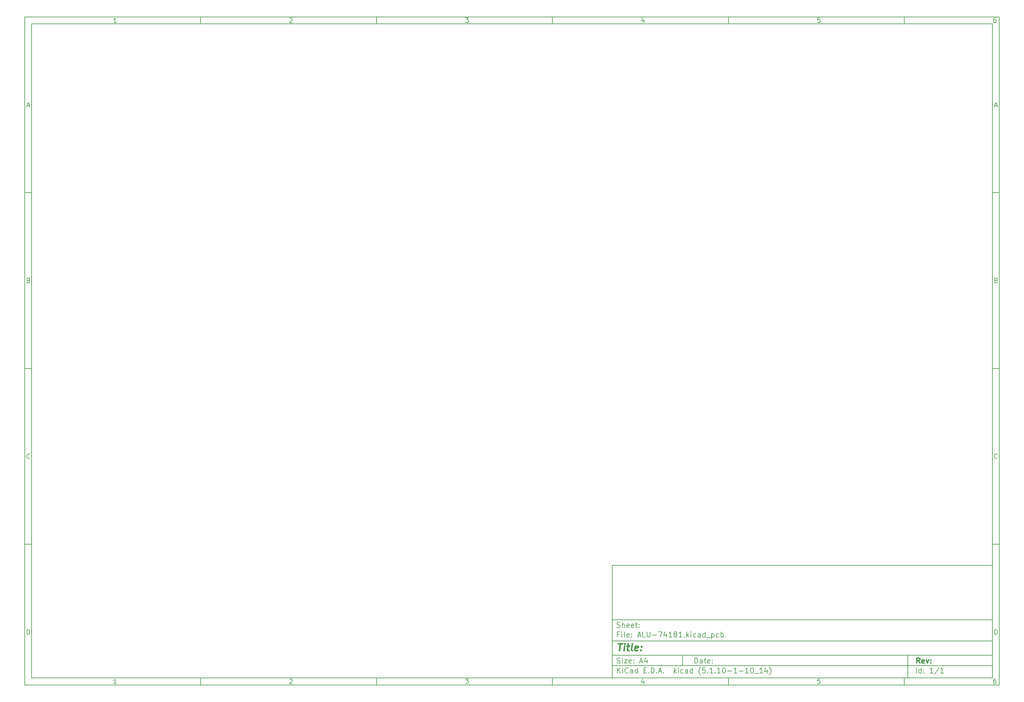
<source format=gbr>
%TF.GenerationSoftware,KiCad,Pcbnew,(5.1.10-1-10_14)*%
%TF.CreationDate,2021-11-14T11:47:48-05:00*%
%TF.ProjectId,ALU-74181,414c552d-3734-4313-9831-2e6b69636164,rev?*%
%TF.SameCoordinates,Original*%
%TF.FileFunction,Paste,Bot*%
%TF.FilePolarity,Positive*%
%FSLAX46Y46*%
G04 Gerber Fmt 4.6, Leading zero omitted, Abs format (unit mm)*
G04 Created by KiCad (PCBNEW (5.1.10-1-10_14)) date 2021-11-14 11:47:48*
%MOMM*%
%LPD*%
G01*
G04 APERTURE LIST*
%ADD10C,0.100000*%
%ADD11C,0.150000*%
%ADD12C,0.300000*%
%ADD13C,0.400000*%
G04 APERTURE END LIST*
D10*
D11*
X177002200Y-166007200D02*
X177002200Y-198007200D01*
X285002200Y-198007200D01*
X285002200Y-166007200D01*
X177002200Y-166007200D01*
D10*
D11*
X10000000Y-10000000D02*
X10000000Y-200007200D01*
X287002200Y-200007200D01*
X287002200Y-10000000D01*
X10000000Y-10000000D01*
D10*
D11*
X12000000Y-12000000D02*
X12000000Y-198007200D01*
X285002200Y-198007200D01*
X285002200Y-12000000D01*
X12000000Y-12000000D01*
D10*
D11*
X60000000Y-12000000D02*
X60000000Y-10000000D01*
D10*
D11*
X110000000Y-12000000D02*
X110000000Y-10000000D01*
D10*
D11*
X160000000Y-12000000D02*
X160000000Y-10000000D01*
D10*
D11*
X210000000Y-12000000D02*
X210000000Y-10000000D01*
D10*
D11*
X260000000Y-12000000D02*
X260000000Y-10000000D01*
D10*
D11*
X36065476Y-11588095D02*
X35322619Y-11588095D01*
X35694047Y-11588095D02*
X35694047Y-10288095D01*
X35570238Y-10473809D01*
X35446428Y-10597619D01*
X35322619Y-10659523D01*
D10*
D11*
X85322619Y-10411904D02*
X85384523Y-10350000D01*
X85508333Y-10288095D01*
X85817857Y-10288095D01*
X85941666Y-10350000D01*
X86003571Y-10411904D01*
X86065476Y-10535714D01*
X86065476Y-10659523D01*
X86003571Y-10845238D01*
X85260714Y-11588095D01*
X86065476Y-11588095D01*
D10*
D11*
X135260714Y-10288095D02*
X136065476Y-10288095D01*
X135632142Y-10783333D01*
X135817857Y-10783333D01*
X135941666Y-10845238D01*
X136003571Y-10907142D01*
X136065476Y-11030952D01*
X136065476Y-11340476D01*
X136003571Y-11464285D01*
X135941666Y-11526190D01*
X135817857Y-11588095D01*
X135446428Y-11588095D01*
X135322619Y-11526190D01*
X135260714Y-11464285D01*
D10*
D11*
X185941666Y-10721428D02*
X185941666Y-11588095D01*
X185632142Y-10226190D02*
X185322619Y-11154761D01*
X186127380Y-11154761D01*
D10*
D11*
X236003571Y-10288095D02*
X235384523Y-10288095D01*
X235322619Y-10907142D01*
X235384523Y-10845238D01*
X235508333Y-10783333D01*
X235817857Y-10783333D01*
X235941666Y-10845238D01*
X236003571Y-10907142D01*
X236065476Y-11030952D01*
X236065476Y-11340476D01*
X236003571Y-11464285D01*
X235941666Y-11526190D01*
X235817857Y-11588095D01*
X235508333Y-11588095D01*
X235384523Y-11526190D01*
X235322619Y-11464285D01*
D10*
D11*
X285941666Y-10288095D02*
X285694047Y-10288095D01*
X285570238Y-10350000D01*
X285508333Y-10411904D01*
X285384523Y-10597619D01*
X285322619Y-10845238D01*
X285322619Y-11340476D01*
X285384523Y-11464285D01*
X285446428Y-11526190D01*
X285570238Y-11588095D01*
X285817857Y-11588095D01*
X285941666Y-11526190D01*
X286003571Y-11464285D01*
X286065476Y-11340476D01*
X286065476Y-11030952D01*
X286003571Y-10907142D01*
X285941666Y-10845238D01*
X285817857Y-10783333D01*
X285570238Y-10783333D01*
X285446428Y-10845238D01*
X285384523Y-10907142D01*
X285322619Y-11030952D01*
D10*
D11*
X60000000Y-198007200D02*
X60000000Y-200007200D01*
D10*
D11*
X110000000Y-198007200D02*
X110000000Y-200007200D01*
D10*
D11*
X160000000Y-198007200D02*
X160000000Y-200007200D01*
D10*
D11*
X210000000Y-198007200D02*
X210000000Y-200007200D01*
D10*
D11*
X260000000Y-198007200D02*
X260000000Y-200007200D01*
D10*
D11*
X36065476Y-199595295D02*
X35322619Y-199595295D01*
X35694047Y-199595295D02*
X35694047Y-198295295D01*
X35570238Y-198481009D01*
X35446428Y-198604819D01*
X35322619Y-198666723D01*
D10*
D11*
X85322619Y-198419104D02*
X85384523Y-198357200D01*
X85508333Y-198295295D01*
X85817857Y-198295295D01*
X85941666Y-198357200D01*
X86003571Y-198419104D01*
X86065476Y-198542914D01*
X86065476Y-198666723D01*
X86003571Y-198852438D01*
X85260714Y-199595295D01*
X86065476Y-199595295D01*
D10*
D11*
X135260714Y-198295295D02*
X136065476Y-198295295D01*
X135632142Y-198790533D01*
X135817857Y-198790533D01*
X135941666Y-198852438D01*
X136003571Y-198914342D01*
X136065476Y-199038152D01*
X136065476Y-199347676D01*
X136003571Y-199471485D01*
X135941666Y-199533390D01*
X135817857Y-199595295D01*
X135446428Y-199595295D01*
X135322619Y-199533390D01*
X135260714Y-199471485D01*
D10*
D11*
X185941666Y-198728628D02*
X185941666Y-199595295D01*
X185632142Y-198233390D02*
X185322619Y-199161961D01*
X186127380Y-199161961D01*
D10*
D11*
X236003571Y-198295295D02*
X235384523Y-198295295D01*
X235322619Y-198914342D01*
X235384523Y-198852438D01*
X235508333Y-198790533D01*
X235817857Y-198790533D01*
X235941666Y-198852438D01*
X236003571Y-198914342D01*
X236065476Y-199038152D01*
X236065476Y-199347676D01*
X236003571Y-199471485D01*
X235941666Y-199533390D01*
X235817857Y-199595295D01*
X235508333Y-199595295D01*
X235384523Y-199533390D01*
X235322619Y-199471485D01*
D10*
D11*
X285941666Y-198295295D02*
X285694047Y-198295295D01*
X285570238Y-198357200D01*
X285508333Y-198419104D01*
X285384523Y-198604819D01*
X285322619Y-198852438D01*
X285322619Y-199347676D01*
X285384523Y-199471485D01*
X285446428Y-199533390D01*
X285570238Y-199595295D01*
X285817857Y-199595295D01*
X285941666Y-199533390D01*
X286003571Y-199471485D01*
X286065476Y-199347676D01*
X286065476Y-199038152D01*
X286003571Y-198914342D01*
X285941666Y-198852438D01*
X285817857Y-198790533D01*
X285570238Y-198790533D01*
X285446428Y-198852438D01*
X285384523Y-198914342D01*
X285322619Y-199038152D01*
D10*
D11*
X10000000Y-60000000D02*
X12000000Y-60000000D01*
D10*
D11*
X10000000Y-110000000D02*
X12000000Y-110000000D01*
D10*
D11*
X10000000Y-160000000D02*
X12000000Y-160000000D01*
D10*
D11*
X10690476Y-35216666D02*
X11309523Y-35216666D01*
X10566666Y-35588095D02*
X11000000Y-34288095D01*
X11433333Y-35588095D01*
D10*
D11*
X11092857Y-84907142D02*
X11278571Y-84969047D01*
X11340476Y-85030952D01*
X11402380Y-85154761D01*
X11402380Y-85340476D01*
X11340476Y-85464285D01*
X11278571Y-85526190D01*
X11154761Y-85588095D01*
X10659523Y-85588095D01*
X10659523Y-84288095D01*
X11092857Y-84288095D01*
X11216666Y-84350000D01*
X11278571Y-84411904D01*
X11340476Y-84535714D01*
X11340476Y-84659523D01*
X11278571Y-84783333D01*
X11216666Y-84845238D01*
X11092857Y-84907142D01*
X10659523Y-84907142D01*
D10*
D11*
X11402380Y-135464285D02*
X11340476Y-135526190D01*
X11154761Y-135588095D01*
X11030952Y-135588095D01*
X10845238Y-135526190D01*
X10721428Y-135402380D01*
X10659523Y-135278571D01*
X10597619Y-135030952D01*
X10597619Y-134845238D01*
X10659523Y-134597619D01*
X10721428Y-134473809D01*
X10845238Y-134350000D01*
X11030952Y-134288095D01*
X11154761Y-134288095D01*
X11340476Y-134350000D01*
X11402380Y-134411904D01*
D10*
D11*
X10659523Y-185588095D02*
X10659523Y-184288095D01*
X10969047Y-184288095D01*
X11154761Y-184350000D01*
X11278571Y-184473809D01*
X11340476Y-184597619D01*
X11402380Y-184845238D01*
X11402380Y-185030952D01*
X11340476Y-185278571D01*
X11278571Y-185402380D01*
X11154761Y-185526190D01*
X10969047Y-185588095D01*
X10659523Y-185588095D01*
D10*
D11*
X287002200Y-60000000D02*
X285002200Y-60000000D01*
D10*
D11*
X287002200Y-110000000D02*
X285002200Y-110000000D01*
D10*
D11*
X287002200Y-160000000D02*
X285002200Y-160000000D01*
D10*
D11*
X285692676Y-35216666D02*
X286311723Y-35216666D01*
X285568866Y-35588095D02*
X286002200Y-34288095D01*
X286435533Y-35588095D01*
D10*
D11*
X286095057Y-84907142D02*
X286280771Y-84969047D01*
X286342676Y-85030952D01*
X286404580Y-85154761D01*
X286404580Y-85340476D01*
X286342676Y-85464285D01*
X286280771Y-85526190D01*
X286156961Y-85588095D01*
X285661723Y-85588095D01*
X285661723Y-84288095D01*
X286095057Y-84288095D01*
X286218866Y-84350000D01*
X286280771Y-84411904D01*
X286342676Y-84535714D01*
X286342676Y-84659523D01*
X286280771Y-84783333D01*
X286218866Y-84845238D01*
X286095057Y-84907142D01*
X285661723Y-84907142D01*
D10*
D11*
X286404580Y-135464285D02*
X286342676Y-135526190D01*
X286156961Y-135588095D01*
X286033152Y-135588095D01*
X285847438Y-135526190D01*
X285723628Y-135402380D01*
X285661723Y-135278571D01*
X285599819Y-135030952D01*
X285599819Y-134845238D01*
X285661723Y-134597619D01*
X285723628Y-134473809D01*
X285847438Y-134350000D01*
X286033152Y-134288095D01*
X286156961Y-134288095D01*
X286342676Y-134350000D01*
X286404580Y-134411904D01*
D10*
D11*
X285661723Y-185588095D02*
X285661723Y-184288095D01*
X285971247Y-184288095D01*
X286156961Y-184350000D01*
X286280771Y-184473809D01*
X286342676Y-184597619D01*
X286404580Y-184845238D01*
X286404580Y-185030952D01*
X286342676Y-185278571D01*
X286280771Y-185402380D01*
X286156961Y-185526190D01*
X285971247Y-185588095D01*
X285661723Y-185588095D01*
D10*
D11*
X200434342Y-193785771D02*
X200434342Y-192285771D01*
X200791485Y-192285771D01*
X201005771Y-192357200D01*
X201148628Y-192500057D01*
X201220057Y-192642914D01*
X201291485Y-192928628D01*
X201291485Y-193142914D01*
X201220057Y-193428628D01*
X201148628Y-193571485D01*
X201005771Y-193714342D01*
X200791485Y-193785771D01*
X200434342Y-193785771D01*
X202577200Y-193785771D02*
X202577200Y-193000057D01*
X202505771Y-192857200D01*
X202362914Y-192785771D01*
X202077200Y-192785771D01*
X201934342Y-192857200D01*
X202577200Y-193714342D02*
X202434342Y-193785771D01*
X202077200Y-193785771D01*
X201934342Y-193714342D01*
X201862914Y-193571485D01*
X201862914Y-193428628D01*
X201934342Y-193285771D01*
X202077200Y-193214342D01*
X202434342Y-193214342D01*
X202577200Y-193142914D01*
X203077200Y-192785771D02*
X203648628Y-192785771D01*
X203291485Y-192285771D02*
X203291485Y-193571485D01*
X203362914Y-193714342D01*
X203505771Y-193785771D01*
X203648628Y-193785771D01*
X204720057Y-193714342D02*
X204577200Y-193785771D01*
X204291485Y-193785771D01*
X204148628Y-193714342D01*
X204077200Y-193571485D01*
X204077200Y-193000057D01*
X204148628Y-192857200D01*
X204291485Y-192785771D01*
X204577200Y-192785771D01*
X204720057Y-192857200D01*
X204791485Y-193000057D01*
X204791485Y-193142914D01*
X204077200Y-193285771D01*
X205434342Y-193642914D02*
X205505771Y-193714342D01*
X205434342Y-193785771D01*
X205362914Y-193714342D01*
X205434342Y-193642914D01*
X205434342Y-193785771D01*
X205434342Y-192857200D02*
X205505771Y-192928628D01*
X205434342Y-193000057D01*
X205362914Y-192928628D01*
X205434342Y-192857200D01*
X205434342Y-193000057D01*
D10*
D11*
X177002200Y-194507200D02*
X285002200Y-194507200D01*
D10*
D11*
X178434342Y-196585771D02*
X178434342Y-195085771D01*
X179291485Y-196585771D02*
X178648628Y-195728628D01*
X179291485Y-195085771D02*
X178434342Y-195942914D01*
X179934342Y-196585771D02*
X179934342Y-195585771D01*
X179934342Y-195085771D02*
X179862914Y-195157200D01*
X179934342Y-195228628D01*
X180005771Y-195157200D01*
X179934342Y-195085771D01*
X179934342Y-195228628D01*
X181505771Y-196442914D02*
X181434342Y-196514342D01*
X181220057Y-196585771D01*
X181077200Y-196585771D01*
X180862914Y-196514342D01*
X180720057Y-196371485D01*
X180648628Y-196228628D01*
X180577200Y-195942914D01*
X180577200Y-195728628D01*
X180648628Y-195442914D01*
X180720057Y-195300057D01*
X180862914Y-195157200D01*
X181077200Y-195085771D01*
X181220057Y-195085771D01*
X181434342Y-195157200D01*
X181505771Y-195228628D01*
X182791485Y-196585771D02*
X182791485Y-195800057D01*
X182720057Y-195657200D01*
X182577200Y-195585771D01*
X182291485Y-195585771D01*
X182148628Y-195657200D01*
X182791485Y-196514342D02*
X182648628Y-196585771D01*
X182291485Y-196585771D01*
X182148628Y-196514342D01*
X182077200Y-196371485D01*
X182077200Y-196228628D01*
X182148628Y-196085771D01*
X182291485Y-196014342D01*
X182648628Y-196014342D01*
X182791485Y-195942914D01*
X184148628Y-196585771D02*
X184148628Y-195085771D01*
X184148628Y-196514342D02*
X184005771Y-196585771D01*
X183720057Y-196585771D01*
X183577200Y-196514342D01*
X183505771Y-196442914D01*
X183434342Y-196300057D01*
X183434342Y-195871485D01*
X183505771Y-195728628D01*
X183577200Y-195657200D01*
X183720057Y-195585771D01*
X184005771Y-195585771D01*
X184148628Y-195657200D01*
X186005771Y-195800057D02*
X186505771Y-195800057D01*
X186720057Y-196585771D02*
X186005771Y-196585771D01*
X186005771Y-195085771D01*
X186720057Y-195085771D01*
X187362914Y-196442914D02*
X187434342Y-196514342D01*
X187362914Y-196585771D01*
X187291485Y-196514342D01*
X187362914Y-196442914D01*
X187362914Y-196585771D01*
X188077200Y-196585771D02*
X188077200Y-195085771D01*
X188434342Y-195085771D01*
X188648628Y-195157200D01*
X188791485Y-195300057D01*
X188862914Y-195442914D01*
X188934342Y-195728628D01*
X188934342Y-195942914D01*
X188862914Y-196228628D01*
X188791485Y-196371485D01*
X188648628Y-196514342D01*
X188434342Y-196585771D01*
X188077200Y-196585771D01*
X189577200Y-196442914D02*
X189648628Y-196514342D01*
X189577200Y-196585771D01*
X189505771Y-196514342D01*
X189577200Y-196442914D01*
X189577200Y-196585771D01*
X190220057Y-196157200D02*
X190934342Y-196157200D01*
X190077200Y-196585771D02*
X190577200Y-195085771D01*
X191077200Y-196585771D01*
X191577200Y-196442914D02*
X191648628Y-196514342D01*
X191577200Y-196585771D01*
X191505771Y-196514342D01*
X191577200Y-196442914D01*
X191577200Y-196585771D01*
X194577200Y-196585771D02*
X194577200Y-195085771D01*
X194720057Y-196014342D02*
X195148628Y-196585771D01*
X195148628Y-195585771D02*
X194577200Y-196157200D01*
X195791485Y-196585771D02*
X195791485Y-195585771D01*
X195791485Y-195085771D02*
X195720057Y-195157200D01*
X195791485Y-195228628D01*
X195862914Y-195157200D01*
X195791485Y-195085771D01*
X195791485Y-195228628D01*
X197148628Y-196514342D02*
X197005771Y-196585771D01*
X196720057Y-196585771D01*
X196577200Y-196514342D01*
X196505771Y-196442914D01*
X196434342Y-196300057D01*
X196434342Y-195871485D01*
X196505771Y-195728628D01*
X196577200Y-195657200D01*
X196720057Y-195585771D01*
X197005771Y-195585771D01*
X197148628Y-195657200D01*
X198434342Y-196585771D02*
X198434342Y-195800057D01*
X198362914Y-195657200D01*
X198220057Y-195585771D01*
X197934342Y-195585771D01*
X197791485Y-195657200D01*
X198434342Y-196514342D02*
X198291485Y-196585771D01*
X197934342Y-196585771D01*
X197791485Y-196514342D01*
X197720057Y-196371485D01*
X197720057Y-196228628D01*
X197791485Y-196085771D01*
X197934342Y-196014342D01*
X198291485Y-196014342D01*
X198434342Y-195942914D01*
X199791485Y-196585771D02*
X199791485Y-195085771D01*
X199791485Y-196514342D02*
X199648628Y-196585771D01*
X199362914Y-196585771D01*
X199220057Y-196514342D01*
X199148628Y-196442914D01*
X199077200Y-196300057D01*
X199077200Y-195871485D01*
X199148628Y-195728628D01*
X199220057Y-195657200D01*
X199362914Y-195585771D01*
X199648628Y-195585771D01*
X199791485Y-195657200D01*
X202077200Y-197157200D02*
X202005771Y-197085771D01*
X201862914Y-196871485D01*
X201791485Y-196728628D01*
X201720057Y-196514342D01*
X201648628Y-196157200D01*
X201648628Y-195871485D01*
X201720057Y-195514342D01*
X201791485Y-195300057D01*
X201862914Y-195157200D01*
X202005771Y-194942914D01*
X202077200Y-194871485D01*
X203362914Y-195085771D02*
X202648628Y-195085771D01*
X202577200Y-195800057D01*
X202648628Y-195728628D01*
X202791485Y-195657200D01*
X203148628Y-195657200D01*
X203291485Y-195728628D01*
X203362914Y-195800057D01*
X203434342Y-195942914D01*
X203434342Y-196300057D01*
X203362914Y-196442914D01*
X203291485Y-196514342D01*
X203148628Y-196585771D01*
X202791485Y-196585771D01*
X202648628Y-196514342D01*
X202577200Y-196442914D01*
X204077200Y-196442914D02*
X204148628Y-196514342D01*
X204077200Y-196585771D01*
X204005771Y-196514342D01*
X204077200Y-196442914D01*
X204077200Y-196585771D01*
X205577200Y-196585771D02*
X204720057Y-196585771D01*
X205148628Y-196585771D02*
X205148628Y-195085771D01*
X205005771Y-195300057D01*
X204862914Y-195442914D01*
X204720057Y-195514342D01*
X206220057Y-196442914D02*
X206291485Y-196514342D01*
X206220057Y-196585771D01*
X206148628Y-196514342D01*
X206220057Y-196442914D01*
X206220057Y-196585771D01*
X207720057Y-196585771D02*
X206862914Y-196585771D01*
X207291485Y-196585771D02*
X207291485Y-195085771D01*
X207148628Y-195300057D01*
X207005771Y-195442914D01*
X206862914Y-195514342D01*
X208648628Y-195085771D02*
X208791485Y-195085771D01*
X208934342Y-195157200D01*
X209005771Y-195228628D01*
X209077200Y-195371485D01*
X209148628Y-195657200D01*
X209148628Y-196014342D01*
X209077200Y-196300057D01*
X209005771Y-196442914D01*
X208934342Y-196514342D01*
X208791485Y-196585771D01*
X208648628Y-196585771D01*
X208505771Y-196514342D01*
X208434342Y-196442914D01*
X208362914Y-196300057D01*
X208291485Y-196014342D01*
X208291485Y-195657200D01*
X208362914Y-195371485D01*
X208434342Y-195228628D01*
X208505771Y-195157200D01*
X208648628Y-195085771D01*
X209791485Y-196014342D02*
X210934342Y-196014342D01*
X212434342Y-196585771D02*
X211577200Y-196585771D01*
X212005771Y-196585771D02*
X212005771Y-195085771D01*
X211862914Y-195300057D01*
X211720057Y-195442914D01*
X211577200Y-195514342D01*
X213077200Y-196014342D02*
X214220057Y-196014342D01*
X215720057Y-196585771D02*
X214862914Y-196585771D01*
X215291485Y-196585771D02*
X215291485Y-195085771D01*
X215148628Y-195300057D01*
X215005771Y-195442914D01*
X214862914Y-195514342D01*
X216648628Y-195085771D02*
X216791485Y-195085771D01*
X216934342Y-195157200D01*
X217005771Y-195228628D01*
X217077200Y-195371485D01*
X217148628Y-195657200D01*
X217148628Y-196014342D01*
X217077200Y-196300057D01*
X217005771Y-196442914D01*
X216934342Y-196514342D01*
X216791485Y-196585771D01*
X216648628Y-196585771D01*
X216505771Y-196514342D01*
X216434342Y-196442914D01*
X216362914Y-196300057D01*
X216291485Y-196014342D01*
X216291485Y-195657200D01*
X216362914Y-195371485D01*
X216434342Y-195228628D01*
X216505771Y-195157200D01*
X216648628Y-195085771D01*
X217434342Y-196728628D02*
X218577200Y-196728628D01*
X219720057Y-196585771D02*
X218862914Y-196585771D01*
X219291485Y-196585771D02*
X219291485Y-195085771D01*
X219148628Y-195300057D01*
X219005771Y-195442914D01*
X218862914Y-195514342D01*
X221005771Y-195585771D02*
X221005771Y-196585771D01*
X220648628Y-195014342D02*
X220291485Y-196085771D01*
X221220057Y-196085771D01*
X221648628Y-197157200D02*
X221720057Y-197085771D01*
X221862914Y-196871485D01*
X221934342Y-196728628D01*
X222005771Y-196514342D01*
X222077200Y-196157200D01*
X222077200Y-195871485D01*
X222005771Y-195514342D01*
X221934342Y-195300057D01*
X221862914Y-195157200D01*
X221720057Y-194942914D01*
X221648628Y-194871485D01*
D10*
D11*
X177002200Y-191507200D02*
X285002200Y-191507200D01*
D10*
D12*
X264411485Y-193785771D02*
X263911485Y-193071485D01*
X263554342Y-193785771D02*
X263554342Y-192285771D01*
X264125771Y-192285771D01*
X264268628Y-192357200D01*
X264340057Y-192428628D01*
X264411485Y-192571485D01*
X264411485Y-192785771D01*
X264340057Y-192928628D01*
X264268628Y-193000057D01*
X264125771Y-193071485D01*
X263554342Y-193071485D01*
X265625771Y-193714342D02*
X265482914Y-193785771D01*
X265197200Y-193785771D01*
X265054342Y-193714342D01*
X264982914Y-193571485D01*
X264982914Y-193000057D01*
X265054342Y-192857200D01*
X265197200Y-192785771D01*
X265482914Y-192785771D01*
X265625771Y-192857200D01*
X265697200Y-193000057D01*
X265697200Y-193142914D01*
X264982914Y-193285771D01*
X266197200Y-192785771D02*
X266554342Y-193785771D01*
X266911485Y-192785771D01*
X267482914Y-193642914D02*
X267554342Y-193714342D01*
X267482914Y-193785771D01*
X267411485Y-193714342D01*
X267482914Y-193642914D01*
X267482914Y-193785771D01*
X267482914Y-192857200D02*
X267554342Y-192928628D01*
X267482914Y-193000057D01*
X267411485Y-192928628D01*
X267482914Y-192857200D01*
X267482914Y-193000057D01*
D10*
D11*
X178362914Y-193714342D02*
X178577200Y-193785771D01*
X178934342Y-193785771D01*
X179077200Y-193714342D01*
X179148628Y-193642914D01*
X179220057Y-193500057D01*
X179220057Y-193357200D01*
X179148628Y-193214342D01*
X179077200Y-193142914D01*
X178934342Y-193071485D01*
X178648628Y-193000057D01*
X178505771Y-192928628D01*
X178434342Y-192857200D01*
X178362914Y-192714342D01*
X178362914Y-192571485D01*
X178434342Y-192428628D01*
X178505771Y-192357200D01*
X178648628Y-192285771D01*
X179005771Y-192285771D01*
X179220057Y-192357200D01*
X179862914Y-193785771D02*
X179862914Y-192785771D01*
X179862914Y-192285771D02*
X179791485Y-192357200D01*
X179862914Y-192428628D01*
X179934342Y-192357200D01*
X179862914Y-192285771D01*
X179862914Y-192428628D01*
X180434342Y-192785771D02*
X181220057Y-192785771D01*
X180434342Y-193785771D01*
X181220057Y-193785771D01*
X182362914Y-193714342D02*
X182220057Y-193785771D01*
X181934342Y-193785771D01*
X181791485Y-193714342D01*
X181720057Y-193571485D01*
X181720057Y-193000057D01*
X181791485Y-192857200D01*
X181934342Y-192785771D01*
X182220057Y-192785771D01*
X182362914Y-192857200D01*
X182434342Y-193000057D01*
X182434342Y-193142914D01*
X181720057Y-193285771D01*
X183077200Y-193642914D02*
X183148628Y-193714342D01*
X183077200Y-193785771D01*
X183005771Y-193714342D01*
X183077200Y-193642914D01*
X183077200Y-193785771D01*
X183077200Y-192857200D02*
X183148628Y-192928628D01*
X183077200Y-193000057D01*
X183005771Y-192928628D01*
X183077200Y-192857200D01*
X183077200Y-193000057D01*
X184862914Y-193357200D02*
X185577200Y-193357200D01*
X184720057Y-193785771D02*
X185220057Y-192285771D01*
X185720057Y-193785771D01*
X186862914Y-192785771D02*
X186862914Y-193785771D01*
X186505771Y-192214342D02*
X186148628Y-193285771D01*
X187077200Y-193285771D01*
D10*
D11*
X263434342Y-196585771D02*
X263434342Y-195085771D01*
X264791485Y-196585771D02*
X264791485Y-195085771D01*
X264791485Y-196514342D02*
X264648628Y-196585771D01*
X264362914Y-196585771D01*
X264220057Y-196514342D01*
X264148628Y-196442914D01*
X264077200Y-196300057D01*
X264077200Y-195871485D01*
X264148628Y-195728628D01*
X264220057Y-195657200D01*
X264362914Y-195585771D01*
X264648628Y-195585771D01*
X264791485Y-195657200D01*
X265505771Y-196442914D02*
X265577200Y-196514342D01*
X265505771Y-196585771D01*
X265434342Y-196514342D01*
X265505771Y-196442914D01*
X265505771Y-196585771D01*
X265505771Y-195657200D02*
X265577200Y-195728628D01*
X265505771Y-195800057D01*
X265434342Y-195728628D01*
X265505771Y-195657200D01*
X265505771Y-195800057D01*
X268148628Y-196585771D02*
X267291485Y-196585771D01*
X267720057Y-196585771D02*
X267720057Y-195085771D01*
X267577200Y-195300057D01*
X267434342Y-195442914D01*
X267291485Y-195514342D01*
X269862914Y-195014342D02*
X268577200Y-196942914D01*
X271148628Y-196585771D02*
X270291485Y-196585771D01*
X270720057Y-196585771D02*
X270720057Y-195085771D01*
X270577200Y-195300057D01*
X270434342Y-195442914D01*
X270291485Y-195514342D01*
D10*
D11*
X177002200Y-187507200D02*
X285002200Y-187507200D01*
D10*
D13*
X178714580Y-188211961D02*
X179857438Y-188211961D01*
X179036009Y-190211961D02*
X179286009Y-188211961D01*
X180274104Y-190211961D02*
X180440771Y-188878628D01*
X180524104Y-188211961D02*
X180416961Y-188307200D01*
X180500295Y-188402438D01*
X180607438Y-188307200D01*
X180524104Y-188211961D01*
X180500295Y-188402438D01*
X181107438Y-188878628D02*
X181869342Y-188878628D01*
X181476485Y-188211961D02*
X181262200Y-189926247D01*
X181333628Y-190116723D01*
X181512200Y-190211961D01*
X181702676Y-190211961D01*
X182655057Y-190211961D02*
X182476485Y-190116723D01*
X182405057Y-189926247D01*
X182619342Y-188211961D01*
X184190771Y-190116723D02*
X183988390Y-190211961D01*
X183607438Y-190211961D01*
X183428866Y-190116723D01*
X183357438Y-189926247D01*
X183452676Y-189164342D01*
X183571723Y-188973866D01*
X183774104Y-188878628D01*
X184155057Y-188878628D01*
X184333628Y-188973866D01*
X184405057Y-189164342D01*
X184381247Y-189354819D01*
X183405057Y-189545295D01*
X185155057Y-190021485D02*
X185238390Y-190116723D01*
X185131247Y-190211961D01*
X185047914Y-190116723D01*
X185155057Y-190021485D01*
X185131247Y-190211961D01*
X185286009Y-188973866D02*
X185369342Y-189069104D01*
X185262200Y-189164342D01*
X185178866Y-189069104D01*
X185286009Y-188973866D01*
X185262200Y-189164342D01*
D10*
D11*
X178934342Y-185600057D02*
X178434342Y-185600057D01*
X178434342Y-186385771D02*
X178434342Y-184885771D01*
X179148628Y-184885771D01*
X179720057Y-186385771D02*
X179720057Y-185385771D01*
X179720057Y-184885771D02*
X179648628Y-184957200D01*
X179720057Y-185028628D01*
X179791485Y-184957200D01*
X179720057Y-184885771D01*
X179720057Y-185028628D01*
X180648628Y-186385771D02*
X180505771Y-186314342D01*
X180434342Y-186171485D01*
X180434342Y-184885771D01*
X181791485Y-186314342D02*
X181648628Y-186385771D01*
X181362914Y-186385771D01*
X181220057Y-186314342D01*
X181148628Y-186171485D01*
X181148628Y-185600057D01*
X181220057Y-185457200D01*
X181362914Y-185385771D01*
X181648628Y-185385771D01*
X181791485Y-185457200D01*
X181862914Y-185600057D01*
X181862914Y-185742914D01*
X181148628Y-185885771D01*
X182505771Y-186242914D02*
X182577200Y-186314342D01*
X182505771Y-186385771D01*
X182434342Y-186314342D01*
X182505771Y-186242914D01*
X182505771Y-186385771D01*
X182505771Y-185457200D02*
X182577200Y-185528628D01*
X182505771Y-185600057D01*
X182434342Y-185528628D01*
X182505771Y-185457200D01*
X182505771Y-185600057D01*
X184291485Y-185957200D02*
X185005771Y-185957200D01*
X184148628Y-186385771D02*
X184648628Y-184885771D01*
X185148628Y-186385771D01*
X186362914Y-186385771D02*
X185648628Y-186385771D01*
X185648628Y-184885771D01*
X186862914Y-184885771D02*
X186862914Y-186100057D01*
X186934342Y-186242914D01*
X187005771Y-186314342D01*
X187148628Y-186385771D01*
X187434342Y-186385771D01*
X187577200Y-186314342D01*
X187648628Y-186242914D01*
X187720057Y-186100057D01*
X187720057Y-184885771D01*
X188434342Y-185814342D02*
X189577200Y-185814342D01*
X190148628Y-184885771D02*
X191148628Y-184885771D01*
X190505771Y-186385771D01*
X192362914Y-185385771D02*
X192362914Y-186385771D01*
X192005771Y-184814342D02*
X191648628Y-185885771D01*
X192577200Y-185885771D01*
X193934342Y-186385771D02*
X193077200Y-186385771D01*
X193505771Y-186385771D02*
X193505771Y-184885771D01*
X193362914Y-185100057D01*
X193220057Y-185242914D01*
X193077200Y-185314342D01*
X194791485Y-185528628D02*
X194648628Y-185457200D01*
X194577200Y-185385771D01*
X194505771Y-185242914D01*
X194505771Y-185171485D01*
X194577200Y-185028628D01*
X194648628Y-184957200D01*
X194791485Y-184885771D01*
X195077200Y-184885771D01*
X195220057Y-184957200D01*
X195291485Y-185028628D01*
X195362914Y-185171485D01*
X195362914Y-185242914D01*
X195291485Y-185385771D01*
X195220057Y-185457200D01*
X195077200Y-185528628D01*
X194791485Y-185528628D01*
X194648628Y-185600057D01*
X194577200Y-185671485D01*
X194505771Y-185814342D01*
X194505771Y-186100057D01*
X194577200Y-186242914D01*
X194648628Y-186314342D01*
X194791485Y-186385771D01*
X195077200Y-186385771D01*
X195220057Y-186314342D01*
X195291485Y-186242914D01*
X195362914Y-186100057D01*
X195362914Y-185814342D01*
X195291485Y-185671485D01*
X195220057Y-185600057D01*
X195077200Y-185528628D01*
X196791485Y-186385771D02*
X195934342Y-186385771D01*
X196362914Y-186385771D02*
X196362914Y-184885771D01*
X196220057Y-185100057D01*
X196077200Y-185242914D01*
X195934342Y-185314342D01*
X197434342Y-186242914D02*
X197505771Y-186314342D01*
X197434342Y-186385771D01*
X197362914Y-186314342D01*
X197434342Y-186242914D01*
X197434342Y-186385771D01*
X198148628Y-186385771D02*
X198148628Y-184885771D01*
X198291485Y-185814342D02*
X198720057Y-186385771D01*
X198720057Y-185385771D02*
X198148628Y-185957200D01*
X199362914Y-186385771D02*
X199362914Y-185385771D01*
X199362914Y-184885771D02*
X199291485Y-184957200D01*
X199362914Y-185028628D01*
X199434342Y-184957200D01*
X199362914Y-184885771D01*
X199362914Y-185028628D01*
X200720057Y-186314342D02*
X200577200Y-186385771D01*
X200291485Y-186385771D01*
X200148628Y-186314342D01*
X200077200Y-186242914D01*
X200005771Y-186100057D01*
X200005771Y-185671485D01*
X200077200Y-185528628D01*
X200148628Y-185457200D01*
X200291485Y-185385771D01*
X200577200Y-185385771D01*
X200720057Y-185457200D01*
X202005771Y-186385771D02*
X202005771Y-185600057D01*
X201934342Y-185457200D01*
X201791485Y-185385771D01*
X201505771Y-185385771D01*
X201362914Y-185457200D01*
X202005771Y-186314342D02*
X201862914Y-186385771D01*
X201505771Y-186385771D01*
X201362914Y-186314342D01*
X201291485Y-186171485D01*
X201291485Y-186028628D01*
X201362914Y-185885771D01*
X201505771Y-185814342D01*
X201862914Y-185814342D01*
X202005771Y-185742914D01*
X203362914Y-186385771D02*
X203362914Y-184885771D01*
X203362914Y-186314342D02*
X203220057Y-186385771D01*
X202934342Y-186385771D01*
X202791485Y-186314342D01*
X202720057Y-186242914D01*
X202648628Y-186100057D01*
X202648628Y-185671485D01*
X202720057Y-185528628D01*
X202791485Y-185457200D01*
X202934342Y-185385771D01*
X203220057Y-185385771D01*
X203362914Y-185457200D01*
X203720057Y-186528628D02*
X204862914Y-186528628D01*
X205220057Y-185385771D02*
X205220057Y-186885771D01*
X205220057Y-185457200D02*
X205362914Y-185385771D01*
X205648628Y-185385771D01*
X205791485Y-185457200D01*
X205862914Y-185528628D01*
X205934342Y-185671485D01*
X205934342Y-186100057D01*
X205862914Y-186242914D01*
X205791485Y-186314342D01*
X205648628Y-186385771D01*
X205362914Y-186385771D01*
X205220057Y-186314342D01*
X207220057Y-186314342D02*
X207077200Y-186385771D01*
X206791485Y-186385771D01*
X206648628Y-186314342D01*
X206577200Y-186242914D01*
X206505771Y-186100057D01*
X206505771Y-185671485D01*
X206577200Y-185528628D01*
X206648628Y-185457200D01*
X206791485Y-185385771D01*
X207077200Y-185385771D01*
X207220057Y-185457200D01*
X207862914Y-186385771D02*
X207862914Y-184885771D01*
X207862914Y-185457200D02*
X208005771Y-185385771D01*
X208291485Y-185385771D01*
X208434342Y-185457200D01*
X208505771Y-185528628D01*
X208577200Y-185671485D01*
X208577200Y-186100057D01*
X208505771Y-186242914D01*
X208434342Y-186314342D01*
X208291485Y-186385771D01*
X208005771Y-186385771D01*
X207862914Y-186314342D01*
D10*
D11*
X177002200Y-181507200D02*
X285002200Y-181507200D01*
D10*
D11*
X178362914Y-183614342D02*
X178577200Y-183685771D01*
X178934342Y-183685771D01*
X179077200Y-183614342D01*
X179148628Y-183542914D01*
X179220057Y-183400057D01*
X179220057Y-183257200D01*
X179148628Y-183114342D01*
X179077200Y-183042914D01*
X178934342Y-182971485D01*
X178648628Y-182900057D01*
X178505771Y-182828628D01*
X178434342Y-182757200D01*
X178362914Y-182614342D01*
X178362914Y-182471485D01*
X178434342Y-182328628D01*
X178505771Y-182257200D01*
X178648628Y-182185771D01*
X179005771Y-182185771D01*
X179220057Y-182257200D01*
X179862914Y-183685771D02*
X179862914Y-182185771D01*
X180505771Y-183685771D02*
X180505771Y-182900057D01*
X180434342Y-182757200D01*
X180291485Y-182685771D01*
X180077200Y-182685771D01*
X179934342Y-182757200D01*
X179862914Y-182828628D01*
X181791485Y-183614342D02*
X181648628Y-183685771D01*
X181362914Y-183685771D01*
X181220057Y-183614342D01*
X181148628Y-183471485D01*
X181148628Y-182900057D01*
X181220057Y-182757200D01*
X181362914Y-182685771D01*
X181648628Y-182685771D01*
X181791485Y-182757200D01*
X181862914Y-182900057D01*
X181862914Y-183042914D01*
X181148628Y-183185771D01*
X183077200Y-183614342D02*
X182934342Y-183685771D01*
X182648628Y-183685771D01*
X182505771Y-183614342D01*
X182434342Y-183471485D01*
X182434342Y-182900057D01*
X182505771Y-182757200D01*
X182648628Y-182685771D01*
X182934342Y-182685771D01*
X183077200Y-182757200D01*
X183148628Y-182900057D01*
X183148628Y-183042914D01*
X182434342Y-183185771D01*
X183577200Y-182685771D02*
X184148628Y-182685771D01*
X183791485Y-182185771D02*
X183791485Y-183471485D01*
X183862914Y-183614342D01*
X184005771Y-183685771D01*
X184148628Y-183685771D01*
X184648628Y-183542914D02*
X184720057Y-183614342D01*
X184648628Y-183685771D01*
X184577200Y-183614342D01*
X184648628Y-183542914D01*
X184648628Y-183685771D01*
X184648628Y-182757200D02*
X184720057Y-182828628D01*
X184648628Y-182900057D01*
X184577200Y-182828628D01*
X184648628Y-182757200D01*
X184648628Y-182900057D01*
D10*
D11*
X197002200Y-191507200D02*
X197002200Y-194507200D01*
D10*
D11*
X261002200Y-191507200D02*
X261002200Y-198007200D01*
M02*

</source>
